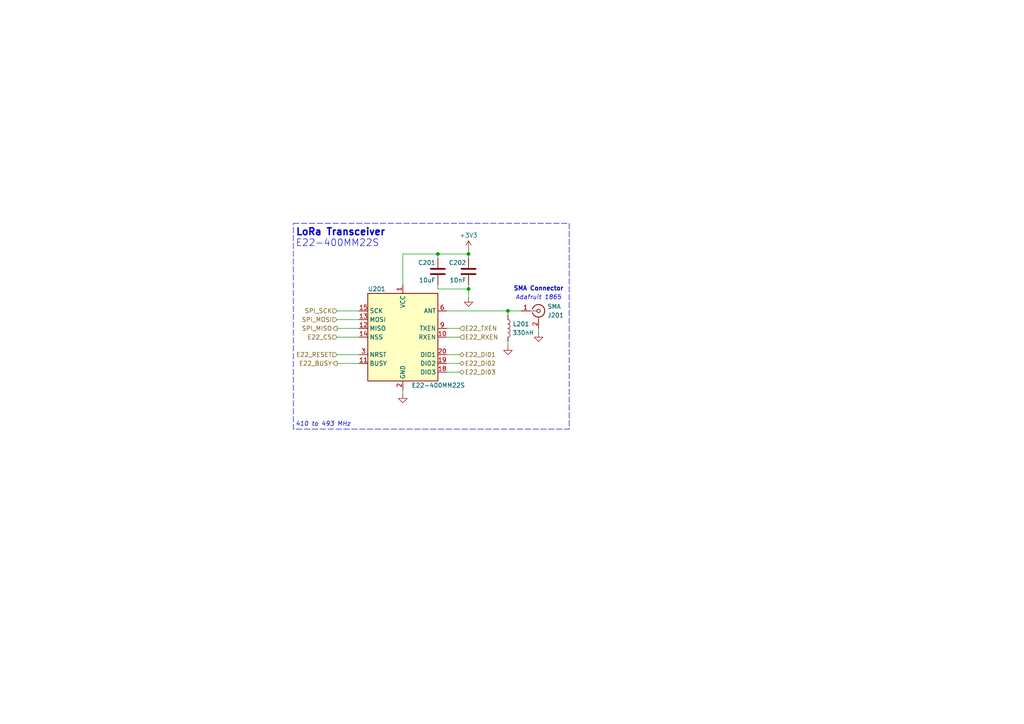
<source format=kicad_sch>
(kicad_sch
	(version 20231120)
	(generator "eeschema")
	(generator_version "8.0")
	(uuid "cc907e84-022a-4c68-be0e-5f2ad1bbe825")
	(paper "A4")
	(title_block
		(title "Feather Duo")
		(date "2/14/2025")
		(rev "A")
		(company "Illinois Space Society")
		(comment 4 "Contributors: Nicholas Phillips, Thomas McManamen")
	)
	(lib_symbols
		(symbol "Connector:Conn_Coaxial"
			(pin_names
				(offset 1.016) hide)
			(exclude_from_sim no)
			(in_bom yes)
			(on_board yes)
			(property "Reference" "J"
				(at 0.254 3.048 0)
				(effects
					(font
						(size 1.27 1.27)
					)
				)
			)
			(property "Value" "Conn_Coaxial"
				(at 2.921 0 90)
				(effects
					(font
						(size 1.27 1.27)
					)
				)
			)
			(property "Footprint" ""
				(at 0 0 0)
				(effects
					(font
						(size 1.27 1.27)
					)
					(hide yes)
				)
			)
			(property "Datasheet" " ~"
				(at 0 0 0)
				(effects
					(font
						(size 1.27 1.27)
					)
					(hide yes)
				)
			)
			(property "Description" "coaxial connector (BNC, SMA, SMB, SMC, Cinch/RCA, LEMO, ...)"
				(at 0 0 0)
				(effects
					(font
						(size 1.27 1.27)
					)
					(hide yes)
				)
			)
			(property "ki_keywords" "BNC SMA SMB SMC LEMO coaxial connector CINCH RCA"
				(at 0 0 0)
				(effects
					(font
						(size 1.27 1.27)
					)
					(hide yes)
				)
			)
			(property "ki_fp_filters" "*BNC* *SMA* *SMB* *SMC* *Cinch* *LEMO*"
				(at 0 0 0)
				(effects
					(font
						(size 1.27 1.27)
					)
					(hide yes)
				)
			)
			(symbol "Conn_Coaxial_0_1"
				(arc
					(start -1.778 -0.508)
					(mid 0.2311 -1.8066)
					(end 1.778 0)
					(stroke
						(width 0.254)
						(type default)
					)
					(fill
						(type none)
					)
				)
				(polyline
					(pts
						(xy -2.54 0) (xy -0.508 0)
					)
					(stroke
						(width 0)
						(type default)
					)
					(fill
						(type none)
					)
				)
				(polyline
					(pts
						(xy 0 -2.54) (xy 0 -1.778)
					)
					(stroke
						(width 0)
						(type default)
					)
					(fill
						(type none)
					)
				)
				(circle
					(center 0 0)
					(radius 0.508)
					(stroke
						(width 0.2032)
						(type default)
					)
					(fill
						(type none)
					)
				)
				(arc
					(start 1.778 0)
					(mid 0.2099 1.8101)
					(end -1.778 0.508)
					(stroke
						(width 0.254)
						(type default)
					)
					(fill
						(type none)
					)
				)
			)
			(symbol "Conn_Coaxial_1_1"
				(pin passive line
					(at -5.08 0 0)
					(length 2.54)
					(name "In"
						(effects
							(font
								(size 1.27 1.27)
							)
						)
					)
					(number "1"
						(effects
							(font
								(size 1.27 1.27)
							)
						)
					)
				)
				(pin passive line
					(at 0 -5.08 90)
					(length 2.54)
					(name "Ext"
						(effects
							(font
								(size 1.27 1.27)
							)
						)
					)
					(number "2"
						(effects
							(font
								(size 1.27 1.27)
							)
						)
					)
				)
			)
		)
		(symbol "D24V50F5:C"
			(pin_numbers hide)
			(pin_names
				(offset 0.254)
			)
			(exclude_from_sim no)
			(in_bom yes)
			(on_board yes)
			(property "Reference" "C"
				(at 0.635 2.54 0)
				(effects
					(font
						(size 1.27 1.27)
					)
					(justify left)
				)
			)
			(property "Value" "C"
				(at 0.635 -2.54 0)
				(effects
					(font
						(size 1.27 1.27)
					)
					(justify left)
				)
			)
			(property "Footprint" ""
				(at 0.9652 -3.81 0)
				(effects
					(font
						(size 1.27 1.27)
					)
					(hide yes)
				)
			)
			(property "Datasheet" "~"
				(at 0 0 0)
				(effects
					(font
						(size 1.27 1.27)
					)
					(hide yes)
				)
			)
			(property "Description" "Unpolarized capacitor"
				(at 0 0 0)
				(effects
					(font
						(size 1.27 1.27)
					)
					(hide yes)
				)
			)
			(property "ki_keywords" "cap capacitor"
				(at 0 0 0)
				(effects
					(font
						(size 1.27 1.27)
					)
					(hide yes)
				)
			)
			(property "ki_fp_filters" "C_*"
				(at 0 0 0)
				(effects
					(font
						(size 1.27 1.27)
					)
					(hide yes)
				)
			)
			(symbol "C_0_1"
				(polyline
					(pts
						(xy -2.032 -0.762) (xy 2.032 -0.762)
					)
					(stroke
						(width 0.508)
						(type default)
					)
					(fill
						(type none)
					)
				)
				(polyline
					(pts
						(xy -2.032 0.762) (xy 2.032 0.762)
					)
					(stroke
						(width 0.508)
						(type default)
					)
					(fill
						(type none)
					)
				)
			)
			(symbol "C_1_1"
				(pin passive line
					(at 0 3.81 270)
					(length 2.794)
					(name "~"
						(effects
							(font
								(size 1.27 1.27)
							)
						)
					)
					(number "1"
						(effects
							(font
								(size 1.27 1.27)
							)
						)
					)
				)
				(pin passive line
					(at 0 -3.81 90)
					(length 2.794)
					(name "~"
						(effects
							(font
								(size 1.27 1.27)
							)
						)
					)
					(number "2"
						(effects
							(font
								(size 1.27 1.27)
							)
						)
					)
				)
			)
		)
		(symbol "Device:L"
			(pin_numbers hide)
			(pin_names
				(offset 1.016) hide)
			(exclude_from_sim no)
			(in_bom yes)
			(on_board yes)
			(property "Reference" "L"
				(at -1.27 0 90)
				(effects
					(font
						(size 1.27 1.27)
					)
				)
			)
			(property "Value" "L"
				(at 1.905 0 90)
				(effects
					(font
						(size 1.27 1.27)
					)
				)
			)
			(property "Footprint" ""
				(at 0 0 0)
				(effects
					(font
						(size 1.27 1.27)
					)
					(hide yes)
				)
			)
			(property "Datasheet" "~"
				(at 0 0 0)
				(effects
					(font
						(size 1.27 1.27)
					)
					(hide yes)
				)
			)
			(property "Description" "Inductor"
				(at 0 0 0)
				(effects
					(font
						(size 1.27 1.27)
					)
					(hide yes)
				)
			)
			(property "ki_keywords" "inductor choke coil reactor magnetic"
				(at 0 0 0)
				(effects
					(font
						(size 1.27 1.27)
					)
					(hide yes)
				)
			)
			(property "ki_fp_filters" "Choke_* *Coil* Inductor_* L_*"
				(at 0 0 0)
				(effects
					(font
						(size 1.27 1.27)
					)
					(hide yes)
				)
			)
			(symbol "L_0_1"
				(arc
					(start 0 -2.54)
					(mid 0.6323 -1.905)
					(end 0 -1.27)
					(stroke
						(width 0)
						(type default)
					)
					(fill
						(type none)
					)
				)
				(arc
					(start 0 -1.27)
					(mid 0.6323 -0.635)
					(end 0 0)
					(stroke
						(width 0)
						(type default)
					)
					(fill
						(type none)
					)
				)
				(arc
					(start 0 0)
					(mid 0.6323 0.635)
					(end 0 1.27)
					(stroke
						(width 0)
						(type default)
					)
					(fill
						(type none)
					)
				)
				(arc
					(start 0 1.27)
					(mid 0.6323 1.905)
					(end 0 2.54)
					(stroke
						(width 0)
						(type default)
					)
					(fill
						(type none)
					)
				)
			)
			(symbol "L_1_1"
				(pin passive line
					(at 0 3.81 270)
					(length 1.27)
					(name "1"
						(effects
							(font
								(size 1.27 1.27)
							)
						)
					)
					(number "1"
						(effects
							(font
								(size 1.27 1.27)
							)
						)
					)
				)
				(pin passive line
					(at 0 -3.81 90)
					(length 1.27)
					(name "2"
						(effects
							(font
								(size 1.27 1.27)
							)
						)
					)
					(number "2"
						(effects
							(font
								(size 1.27 1.27)
							)
						)
					)
				)
			)
		)
		(symbol "RF_Module_Ebyte:E22-400MM22S"
			(exclude_from_sim no)
			(in_bom yes)
			(on_board yes)
			(property "Reference" "U"
				(at -8.89 13.97 0)
				(effects
					(font
						(size 1.27 1.27)
					)
				)
			)
			(property "Value" "E22-400MM22S"
				(at 8.89 -13.97 0)
				(effects
					(font
						(size 1.27 1.27)
					)
				)
			)
			(property "Footprint" "RF_Module_Ebyte:E22-400MM22S"
				(at 0 -30.48 0)
				(effects
					(font
						(size 1.27 1.27)
						(italic yes)
					)
					(hide yes)
				)
			)
			(property "Datasheet" "https://www.cdebyte.com/products/E22-400MM22S/"
				(at 0 -33.02 0)
				(effects
					(font
						(size 1.27 1.27)
						(italic yes)
					)
					(hide yes)
				)
			)
			(property "Description" "433/470MHz, LoRa Module, SX1268"
				(at 0 -35.56 0)
				(effects
					(font
						(size 1.27 1.27)
					)
					(hide yes)
				)
			)
			(property "ki_keywords" "E22-400MM22S 433/470MHz LoRa Module SX1268"
				(at 0 0 0)
				(effects
					(font
						(size 1.27 1.27)
					)
					(hide yes)
				)
			)
			(property "ki_fp_filters" "MOD20_E22-400MM22S_CGD MOD20_E22-400MM22S_CGD-M MOD20_E22-400MM22S_CGD-L"
				(at 0 0 0)
				(effects
					(font
						(size 1.27 1.27)
					)
					(hide yes)
				)
			)
			(symbol "E22-400MM22S_1_1"
				(rectangle
					(start -10.16 12.7)
					(end 10.16 -12.7)
					(stroke
						(width 0.254)
						(type default)
					)
					(fill
						(type background)
					)
				)
				(pin power_in line
					(at 0 15.24 270)
					(length 2.54)
					(name "VCC"
						(effects
							(font
								(size 1.27 1.27)
							)
						)
					)
					(number "1"
						(effects
							(font
								(size 1.27 1.27)
							)
						)
					)
				)
				(pin input line
					(at 12.7 0 180)
					(length 2.54)
					(name "RXEN"
						(effects
							(font
								(size 1.27 1.27)
							)
						)
					)
					(number "10"
						(effects
							(font
								(size 1.27 1.27)
							)
						)
					)
				)
				(pin output line
					(at -12.7 -7.62 0)
					(length 2.54)
					(name "BUSY"
						(effects
							(font
								(size 1.27 1.27)
							)
						)
					)
					(number "11"
						(effects
							(font
								(size 1.27 1.27)
							)
						)
					)
				)
				(pin output line
					(at -12.7 2.54 0)
					(length 2.54)
					(name "MISO"
						(effects
							(font
								(size 1.27 1.27)
							)
						)
					)
					(number "12"
						(effects
							(font
								(size 1.27 1.27)
							)
						)
					)
				)
				(pin input line
					(at -12.7 5.08 0)
					(length 2.54)
					(name "MOSI"
						(effects
							(font
								(size 1.27 1.27)
							)
						)
					)
					(number "13"
						(effects
							(font
								(size 1.27 1.27)
							)
						)
					)
				)
				(pin input line
					(at -12.7 0 0)
					(length 2.54)
					(name "NSS"
						(effects
							(font
								(size 1.27 1.27)
							)
						)
					)
					(number "14"
						(effects
							(font
								(size 1.27 1.27)
							)
						)
					)
				)
				(pin input line
					(at -12.7 7.62 0)
					(length 2.54)
					(name "SCK"
						(effects
							(font
								(size 1.27 1.27)
							)
						)
					)
					(number "15"
						(effects
							(font
								(size 1.27 1.27)
							)
						)
					)
				)
				(pin passive line
					(at 0 -15.24 90)
					(length 2.54) hide
					(name "GND"
						(effects
							(font
								(size 1.27 1.27)
							)
						)
					)
					(number "16"
						(effects
							(font
								(size 1.27 1.27)
							)
						)
					)
				)
				(pin no_connect line
					(at -10.16 -10.16 0)
					(length 2.54) hide
					(name "NC"
						(effects
							(font
								(size 1.27 1.27)
							)
						)
					)
					(number "17"
						(effects
							(font
								(size 1.27 1.27)
							)
						)
					)
				)
				(pin bidirectional line
					(at 12.7 -10.16 180)
					(length 2.54)
					(name "DIO3"
						(effects
							(font
								(size 1.27 1.27)
							)
						)
					)
					(number "18"
						(effects
							(font
								(size 1.27 1.27)
							)
						)
					)
				)
				(pin bidirectional line
					(at 12.7 -7.62 180)
					(length 2.54)
					(name "DIO2"
						(effects
							(font
								(size 1.27 1.27)
							)
						)
					)
					(number "19"
						(effects
							(font
								(size 1.27 1.27)
							)
						)
					)
				)
				(pin power_in line
					(at 0 -15.24 90)
					(length 2.54)
					(name "GND"
						(effects
							(font
								(size 1.27 1.27)
							)
						)
					)
					(number "2"
						(effects
							(font
								(size 1.27 1.27)
							)
						)
					)
				)
				(pin bidirectional line
					(at 12.7 -5.08 180)
					(length 2.54)
					(name "DIO1"
						(effects
							(font
								(size 1.27 1.27)
							)
						)
					)
					(number "20"
						(effects
							(font
								(size 1.27 1.27)
							)
						)
					)
				)
				(pin input line
					(at -12.7 -5.08 0)
					(length 2.54)
					(name "NRST"
						(effects
							(font
								(size 1.27 1.27)
							)
						)
					)
					(number "3"
						(effects
							(font
								(size 1.27 1.27)
							)
						)
					)
				)
				(pin no_connect line
					(at -10.16 -10.16 0)
					(length 2.54) hide
					(name "NC"
						(effects
							(font
								(size 1.27 1.27)
							)
						)
					)
					(number "4"
						(effects
							(font
								(size 1.27 1.27)
							)
						)
					)
				)
				(pin no_connect line
					(at -10.16 -10.16 0)
					(length 2.54) hide
					(name "NC"
						(effects
							(font
								(size 1.27 1.27)
							)
						)
					)
					(number "5"
						(effects
							(font
								(size 1.27 1.27)
							)
						)
					)
				)
				(pin unspecified line
					(at 12.7 7.62 180)
					(length 2.54)
					(name "ANT"
						(effects
							(font
								(size 1.27 1.27)
							)
						)
					)
					(number "6"
						(effects
							(font
								(size 1.27 1.27)
							)
						)
					)
				)
				(pin passive line
					(at 0 -15.24 90)
					(length 2.54) hide
					(name "GND"
						(effects
							(font
								(size 1.27 1.27)
							)
						)
					)
					(number "7"
						(effects
							(font
								(size 1.27 1.27)
							)
						)
					)
				)
				(pin no_connect line
					(at -10.16 -10.16 0)
					(length 2.54) hide
					(name "NC"
						(effects
							(font
								(size 1.27 1.27)
							)
						)
					)
					(number "8"
						(effects
							(font
								(size 1.27 1.27)
							)
						)
					)
				)
				(pin input line
					(at 12.7 2.54 180)
					(length 2.54)
					(name "TXEN"
						(effects
							(font
								(size 1.27 1.27)
							)
						)
					)
					(number "9"
						(effects
							(font
								(size 1.27 1.27)
							)
						)
					)
				)
			)
		)
		(symbol "power:+3V3"
			(power)
			(pin_names
				(offset 0)
			)
			(exclude_from_sim no)
			(in_bom yes)
			(on_board yes)
			(property "Reference" "#PWR"
				(at 0 -3.81 0)
				(effects
					(font
						(size 1.27 1.27)
					)
					(hide yes)
				)
			)
			(property "Value" "+3V3"
				(at 0 3.556 0)
				(effects
					(font
						(size 1.27 1.27)
					)
				)
			)
			(property "Footprint" ""
				(at 0 0 0)
				(effects
					(font
						(size 1.27 1.27)
					)
					(hide yes)
				)
			)
			(property "Datasheet" ""
				(at 0 0 0)
				(effects
					(font
						(size 1.27 1.27)
					)
					(hide yes)
				)
			)
			(property "Description" "Power symbol creates a global label with name \"+3V3\""
				(at 0 0 0)
				(effects
					(font
						(size 1.27 1.27)
					)
					(hide yes)
				)
			)
			(property "ki_keywords" "global power"
				(at 0 0 0)
				(effects
					(font
						(size 1.27 1.27)
					)
					(hide yes)
				)
			)
			(symbol "+3V3_0_1"
				(polyline
					(pts
						(xy -0.762 1.27) (xy 0 2.54)
					)
					(stroke
						(width 0)
						(type default)
					)
					(fill
						(type none)
					)
				)
				(polyline
					(pts
						(xy 0 0) (xy 0 2.54)
					)
					(stroke
						(width 0)
						(type default)
					)
					(fill
						(type none)
					)
				)
				(polyline
					(pts
						(xy 0 2.54) (xy 0.762 1.27)
					)
					(stroke
						(width 0)
						(type default)
					)
					(fill
						(type none)
					)
				)
			)
			(symbol "+3V3_1_1"
				(pin power_in line
					(at 0 0 90)
					(length 0) hide
					(name "+3V3"
						(effects
							(font
								(size 1.27 1.27)
							)
						)
					)
					(number "1"
						(effects
							(font
								(size 1.27 1.27)
							)
						)
					)
				)
			)
		)
		(symbol "power:GND"
			(power)
			(pin_names
				(offset 0)
			)
			(exclude_from_sim no)
			(in_bom yes)
			(on_board yes)
			(property "Reference" "#PWR"
				(at 0 -6.35 0)
				(effects
					(font
						(size 1.27 1.27)
					)
					(hide yes)
				)
			)
			(property "Value" "GND"
				(at 0 -3.81 0)
				(effects
					(font
						(size 1.27 1.27)
					)
				)
			)
			(property "Footprint" ""
				(at 0 0 0)
				(effects
					(font
						(size 1.27 1.27)
					)
					(hide yes)
				)
			)
			(property "Datasheet" ""
				(at 0 0 0)
				(effects
					(font
						(size 1.27 1.27)
					)
					(hide yes)
				)
			)
			(property "Description" "Power symbol creates a global label with name \"GND\" , ground"
				(at 0 0 0)
				(effects
					(font
						(size 1.27 1.27)
					)
					(hide yes)
				)
			)
			(property "ki_keywords" "global power"
				(at 0 0 0)
				(effects
					(font
						(size 1.27 1.27)
					)
					(hide yes)
				)
			)
			(symbol "GND_0_1"
				(polyline
					(pts
						(xy 0 0) (xy 0 -1.27) (xy 1.27 -1.27) (xy 0 -2.54) (xy -1.27 -1.27) (xy 0 -1.27)
					)
					(stroke
						(width 0)
						(type default)
					)
					(fill
						(type none)
					)
				)
			)
			(symbol "GND_1_1"
				(pin power_in line
					(at 0 0 270)
					(length 0) hide
					(name "GND"
						(effects
							(font
								(size 1.27 1.27)
							)
						)
					)
					(number "1"
						(effects
							(font
								(size 1.27 1.27)
							)
						)
					)
				)
			)
		)
	)
	(junction
		(at 135.89 83.82)
		(diameter 0)
		(color 0 0 0 0)
		(uuid "88bf0653-d4e8-49b2-8a58-cdf2781746f2")
	)
	(junction
		(at 135.89 73.66)
		(diameter 0)
		(color 0 0 0 0)
		(uuid "a3e29779-27e0-418e-8fb3-9a93c7f2b89b")
	)
	(junction
		(at 147.32 90.17)
		(diameter 0)
		(color 0 0 0 0)
		(uuid "b6c70481-1b30-4774-a5f7-fc34aa7a24b0")
	)
	(junction
		(at 127 73.66)
		(diameter 0)
		(color 0 0 0 0)
		(uuid "d98f7e6d-8f0e-448b-9fca-d769fa9af61a")
	)
	(wire
		(pts
			(xy 97.79 95.25) (xy 104.14 95.25)
		)
		(stroke
			(width 0)
			(type default)
		)
		(uuid "027d2180-5ad6-427b-835c-58ca20996597")
	)
	(wire
		(pts
			(xy 156.21 95.25) (xy 156.21 96.52)
		)
		(stroke
			(width 0)
			(type default)
		)
		(uuid "09bc6225-b799-4374-8f14-44b0fcd78d49")
	)
	(wire
		(pts
			(xy 129.54 90.17) (xy 147.32 90.17)
		)
		(stroke
			(width 0)
			(type default)
		)
		(uuid "0e4d10c2-7989-49e7-aa32-5069f2cba6cf")
	)
	(wire
		(pts
			(xy 147.32 99.06) (xy 147.32 100.33)
		)
		(stroke
			(width 0)
			(type default)
		)
		(uuid "11ad045b-e4e7-416e-999d-c55bfe2bdf10")
	)
	(wire
		(pts
			(xy 151.13 90.17) (xy 147.32 90.17)
		)
		(stroke
			(width 0)
			(type default)
		)
		(uuid "15a4f9d7-42df-4eb5-bf06-96973ce896d4")
	)
	(wire
		(pts
			(xy 133.35 107.95) (xy 129.54 107.95)
		)
		(stroke
			(width 0)
			(type default)
		)
		(uuid "1c13e323-bc09-41a4-bd6b-1bf30258f0d2")
	)
	(wire
		(pts
			(xy 97.79 90.17) (xy 104.14 90.17)
		)
		(stroke
			(width 0)
			(type default)
		)
		(uuid "286542b3-9269-4c11-aaf2-31f4fcf03eda")
	)
	(wire
		(pts
			(xy 135.89 83.82) (xy 127 83.82)
		)
		(stroke
			(width 0)
			(type default)
		)
		(uuid "34540c2e-63ba-436c-9e5f-f0f6d79c7ccf")
	)
	(wire
		(pts
			(xy 116.84 113.03) (xy 116.84 114.3)
		)
		(stroke
			(width 0)
			(type default)
		)
		(uuid "5084c8ff-ce0d-4c1f-9cc6-de483ed51a42")
	)
	(wire
		(pts
			(xy 97.79 102.87) (xy 104.14 102.87)
		)
		(stroke
			(width 0)
			(type default)
		)
		(uuid "558f773f-2524-4252-b863-7a43d28297fe")
	)
	(wire
		(pts
			(xy 133.35 102.87) (xy 129.54 102.87)
		)
		(stroke
			(width 0)
			(type default)
		)
		(uuid "6af3a6a2-71ad-4bd7-8a6a-f922564a6449")
	)
	(wire
		(pts
			(xy 116.84 73.66) (xy 116.84 82.55)
		)
		(stroke
			(width 0)
			(type default)
		)
		(uuid "6b13ab01-ff35-41f1-bb78-ee5cebbbb656")
	)
	(wire
		(pts
			(xy 135.89 73.66) (xy 127 73.66)
		)
		(stroke
			(width 0)
			(type default)
		)
		(uuid "72581b8c-0d1e-4a23-a0fb-153506f86253")
	)
	(wire
		(pts
			(xy 135.89 73.66) (xy 135.89 74.93)
		)
		(stroke
			(width 0)
			(type default)
		)
		(uuid "76bebdcd-e8ed-41f7-8291-4bf71f65204b")
	)
	(wire
		(pts
			(xy 127 73.66) (xy 116.84 73.66)
		)
		(stroke
			(width 0)
			(type default)
		)
		(uuid "83b88417-fcb5-423f-a579-cdd9e99a4eba")
	)
	(wire
		(pts
			(xy 97.79 92.71) (xy 104.14 92.71)
		)
		(stroke
			(width 0)
			(type default)
		)
		(uuid "945e6e52-8604-4147-b29a-c91a40825b4f")
	)
	(wire
		(pts
			(xy 135.89 82.55) (xy 135.89 83.82)
		)
		(stroke
			(width 0)
			(type default)
		)
		(uuid "965f3a34-f043-450c-bb20-35f76e587323")
	)
	(wire
		(pts
			(xy 135.89 72.39) (xy 135.89 73.66)
		)
		(stroke
			(width 0)
			(type default)
		)
		(uuid "a1ebf290-0964-494c-960c-61b3d4b05b4f")
	)
	(wire
		(pts
			(xy 97.79 105.41) (xy 104.14 105.41)
		)
		(stroke
			(width 0)
			(type default)
		)
		(uuid "a775f7ec-2e6f-4d04-80a4-e71b5a138406")
	)
	(wire
		(pts
			(xy 135.89 83.82) (xy 135.89 86.36)
		)
		(stroke
			(width 0)
			(type default)
		)
		(uuid "a9e1c4a6-790b-49e3-bfe5-a862da615332")
	)
	(wire
		(pts
			(xy 97.79 97.79) (xy 104.14 97.79)
		)
		(stroke
			(width 0)
			(type default)
		)
		(uuid "aaccc33f-3779-4d7c-8238-5984bebbc058")
	)
	(wire
		(pts
			(xy 129.54 95.25) (xy 133.35 95.25)
		)
		(stroke
			(width 0)
			(type default)
		)
		(uuid "c1e530cd-a62f-4885-a7eb-b9216997bb44")
	)
	(wire
		(pts
			(xy 127 73.66) (xy 127 74.93)
		)
		(stroke
			(width 0)
			(type default)
		)
		(uuid "cdfeba83-bda7-481e-9561-07ef4bd5f8e2")
	)
	(wire
		(pts
			(xy 127 83.82) (xy 127 82.55)
		)
		(stroke
			(width 0)
			(type default)
		)
		(uuid "d5ef7962-5e1b-48ec-83a7-8710bc53e559")
	)
	(wire
		(pts
			(xy 129.54 97.79) (xy 133.35 97.79)
		)
		(stroke
			(width 0)
			(type default)
		)
		(uuid "ed3c27c5-eb93-4b8b-a0b4-422a5f80fa75")
	)
	(wire
		(pts
			(xy 147.32 90.17) (xy 147.32 91.44)
		)
		(stroke
			(width 0)
			(type default)
		)
		(uuid "f130f001-7590-4e98-9e42-3c018f03943b")
	)
	(wire
		(pts
			(xy 129.54 105.41) (xy 133.35 105.41)
		)
		(stroke
			(width 0)
			(type default)
		)
		(uuid "fd27a3d1-9c33-4249-9b1e-ef83ad001236")
	)
	(rectangle
		(start 85.09 64.77)
		(end 165.1 124.46)
		(stroke
			(width 0)
			(type dash)
		)
		(fill
			(type none)
		)
		(uuid 2c53cd58-43d0-414d-b002-8ec44f9e23a2)
	)
	(text "SMA Connector"
		(exclude_from_sim no)
		(at 156.21 83.82 0)
		(effects
			(font
				(size 1.27 1.27)
				(thickness 0.254)
				(bold yes)
			)
		)
		(uuid "5882d9e6-8e51-4d75-abfc-901a9a3a9d46")
	)
	(text "LoRa Transceiver"
		(exclude_from_sim no)
		(at 85.725 68.58 0)
		(effects
			(font
				(size 2 2)
				(bold yes)
			)
			(justify left bottom)
		)
		(uuid "88e835fa-bfae-43d8-a6ba-3537d9ae9005")
	)
	(text "E22-400MM22S"
		(exclude_from_sim no)
		(at 85.725 71.755 0)
		(effects
			(font
				(size 2 2)
			)
			(justify left bottom)
		)
		(uuid "8ce5d618-c818-481c-be5f-a372a29301ad")
	)
	(text "410 to 493 MHz"
		(exclude_from_sim no)
		(at 85.725 123.825 0)
		(effects
			(font
				(size 1.27 1.27)
				(italic yes)
			)
			(justify left bottom)
		)
		(uuid "bebddb29-28bf-44b6-848a-3e246c05914f")
	)
	(text "Adafruit 1865"
		(exclude_from_sim no)
		(at 156.21 86.36 0)
		(effects
			(font
				(size 1.27 1.27)
				(italic yes)
			)
		)
		(uuid "f73f57b8-e001-4871-b4a2-8897e535dc04")
	)
	(hierarchical_label "E22_DI03"
		(shape bidirectional)
		(at 133.35 107.95 0)
		(fields_autoplaced yes)
		(effects
			(font
				(size 1.27 1.27)
			)
			(justify left)
		)
		(uuid "04cf6c38-0025-4e53-8e2f-0e3a9e1062b9")
	)
	(hierarchical_label "SPI_SCK"
		(shape input)
		(at 97.79 90.17 180)
		(fields_autoplaced yes)
		(effects
			(font
				(size 1.27 1.27)
			)
			(justify right)
		)
		(uuid "0a500789-e3cb-4d1d-9bb2-26ff74198577")
	)
	(hierarchical_label "SPI_MISO"
		(shape output)
		(at 97.79 95.25 180)
		(fields_autoplaced yes)
		(effects
			(font
				(size 1.27 1.27)
			)
			(justify right)
		)
		(uuid "105c969f-7705-4b79-9b05-2bd28142faeb")
	)
	(hierarchical_label "E22_DI01"
		(shape bidirectional)
		(at 133.35 102.87 0)
		(fields_autoplaced yes)
		(effects
			(font
				(size 1.27 1.27)
			)
			(justify left)
		)
		(uuid "26bf680b-ce3c-4e42-82a9-3f44ef8a2a9f")
	)
	(hierarchical_label "E22_TXEN"
		(shape input)
		(at 133.35 95.25 0)
		(fields_autoplaced yes)
		(effects
			(font
				(size 1.27 1.27)
			)
			(justify left)
		)
		(uuid "336962da-5daf-4902-a7c3-40a00e461fb6")
	)
	(hierarchical_label "SPI_MOSI"
		(shape input)
		(at 97.79 92.71 180)
		(fields_autoplaced yes)
		(effects
			(font
				(size 1.27 1.27)
			)
			(justify right)
		)
		(uuid "3e508e25-42fc-4420-b473-01e74a588fb2")
	)
	(hierarchical_label "E22_DI02"
		(shape bidirectional)
		(at 133.35 105.41 0)
		(fields_autoplaced yes)
		(effects
			(font
				(size 1.27 1.27)
			)
			(justify left)
		)
		(uuid "61952f21-6bb6-4dff-8685-ad347da8e249")
	)
	(hierarchical_label "E22_RXEN"
		(shape input)
		(at 133.35 97.79 0)
		(fields_autoplaced yes)
		(effects
			(font
				(size 1.27 1.27)
			)
			(justify left)
		)
		(uuid "961b8052-aa8f-4641-b165-c6e03cc5146b")
	)
	(hierarchical_label "E22_RESET"
		(shape input)
		(at 97.79 102.87 180)
		(fields_autoplaced yes)
		(effects
			(font
				(size 1.27 1.27)
			)
			(justify right)
		)
		(uuid "b1e3117e-3812-45ba-a6bb-c4b9991b9e1f")
	)
	(hierarchical_label "E22_BUSY"
		(shape output)
		(at 97.79 105.41 180)
		(fields_autoplaced yes)
		(effects
			(font
				(size 1.27 1.27)
			)
			(justify right)
		)
		(uuid "db02d319-63bb-4d6a-81b1-6899cc803c7d")
	)
	(hierarchical_label "E22_CS"
		(shape input)
		(at 97.79 97.79 180)
		(fields_autoplaced yes)
		(effects
			(font
				(size 1.27 1.27)
			)
			(justify right)
		)
		(uuid "f7b8489f-b517-486d-983a-fd82f21166f2")
	)
	(symbol
		(lib_id "power:GND")
		(at 147.32 100.33 0)
		(unit 1)
		(exclude_from_sim no)
		(in_bom yes)
		(on_board yes)
		(dnp no)
		(uuid "014ccdaa-5fc9-4889-acf5-140945b25d5a")
		(property "Reference" "#PWR0204"
			(at 147.32 106.68 0)
			(effects
				(font
					(size 1.27 1.27)
				)
				(hide yes)
			)
		)
		(property "Value" "GND"
			(at 147.32 104.14 0)
			(effects
				(font
					(size 1.27 1.27)
				)
				(hide yes)
			)
		)
		(property "Footprint" ""
			(at 147.32 100.33 0)
			(effects
				(font
					(size 1.27 1.27)
				)
				(hide yes)
			)
		)
		(property "Datasheet" ""
			(at 147.32 100.33 0)
			(effects
				(font
					(size 1.27 1.27)
				)
				(hide yes)
			)
		)
		(property "Description" ""
			(at 147.32 100.33 0)
			(effects
				(font
					(size 1.27 1.27)
				)
				(hide yes)
			)
		)
		(pin "1"
			(uuid "9a2f2aac-cd95-4153-837b-5151fa82db2c")
		)
		(instances
			(project "Feather1268"
				(path "/69669038-9204-4ef2-bc4f-06a0bd7ceaf5/c4b9ad06-8aa7-42b3-999d-95d28ac6f28a"
					(reference "#PWR0204")
					(unit 1)
				)
				(path "/69669038-9204-4ef2-bc4f-06a0bd7ceaf5/dfa90698-6691-403e-9cff-d50147e5a4e4"
					(reference "#PWR0304")
					(unit 1)
				)
			)
		)
	)
	(symbol
		(lib_id "power:GND")
		(at 116.84 114.3 0)
		(unit 1)
		(exclude_from_sim no)
		(in_bom yes)
		(on_board yes)
		(dnp no)
		(uuid "806b4309-02a1-4241-aae8-1bf02e60c4bb")
		(property "Reference" "#PWR0201"
			(at 116.84 120.65 0)
			(effects
				(font
					(size 1.27 1.27)
				)
				(hide yes)
			)
		)
		(property "Value" "GND"
			(at 116.84 118.11 0)
			(effects
				(font
					(size 1.27 1.27)
				)
				(hide yes)
			)
		)
		(property "Footprint" ""
			(at 116.84 114.3 0)
			(effects
				(font
					(size 1.27 1.27)
				)
				(hide yes)
			)
		)
		(property "Datasheet" ""
			(at 116.84 114.3 0)
			(effects
				(font
					(size 1.27 1.27)
				)
				(hide yes)
			)
		)
		(property "Description" ""
			(at 116.84 114.3 0)
			(effects
				(font
					(size 1.27 1.27)
				)
				(hide yes)
			)
		)
		(pin "1"
			(uuid "61513a30-070a-490a-9ef7-2c2bb26b60a9")
		)
		(instances
			(project "Feather1268"
				(path "/69669038-9204-4ef2-bc4f-06a0bd7ceaf5/c4b9ad06-8aa7-42b3-999d-95d28ac6f28a"
					(reference "#PWR0201")
					(unit 1)
				)
				(path "/69669038-9204-4ef2-bc4f-06a0bd7ceaf5/dfa90698-6691-403e-9cff-d50147e5a4e4"
					(reference "#PWR0301")
					(unit 1)
				)
			)
		)
	)
	(symbol
		(lib_id "D24V50F5:C")
		(at 135.89 78.74 0)
		(unit 1)
		(exclude_from_sim no)
		(in_bom yes)
		(on_board yes)
		(dnp no)
		(uuid "8c1b1d1a-2ec3-42e8-a1c4-8a6f27cec4b2")
		(property "Reference" "C202"
			(at 135.255 76.2 0)
			(effects
				(font
					(size 1.27 1.27)
				)
				(justify right)
			)
		)
		(property "Value" "10nF"
			(at 135.255 81.28 0)
			(effects
				(font
					(size 1.27 1.27)
				)
				(justify right)
			)
		)
		(property "Footprint" "Capacitor_SMD:C_0603_1608Metric"
			(at 136.8552 82.55 0)
			(effects
				(font
					(size 1.27 1.27)
				)
				(hide yes)
			)
		)
		(property "Datasheet" "~"
			(at 135.89 78.74 0)
			(effects
				(font
					(size 1.27 1.27)
				)
				(hide yes)
			)
		)
		(property "Description" ""
			(at 135.89 78.74 0)
			(effects
				(font
					(size 1.27 1.27)
				)
				(hide yes)
			)
		)
		(pin "1"
			(uuid "21c0ff70-41dd-488b-bebe-a886eb3d6f7c")
		)
		(pin "2"
			(uuid "f6f96509-6fcf-4955-8c7a-c43d4455ff3a")
		)
		(instances
			(project "Feather1268"
				(path "/69669038-9204-4ef2-bc4f-06a0bd7ceaf5/c4b9ad06-8aa7-42b3-999d-95d28ac6f28a"
					(reference "C202")
					(unit 1)
				)
				(path "/69669038-9204-4ef2-bc4f-06a0bd7ceaf5/dfa90698-6691-403e-9cff-d50147e5a4e4"
					(reference "C302")
					(unit 1)
				)
			)
		)
	)
	(symbol
		(lib_id "Device:L")
		(at 147.32 95.25 0)
		(unit 1)
		(exclude_from_sim no)
		(in_bom yes)
		(on_board yes)
		(dnp no)
		(uuid "9d2bccc6-5fd6-49b0-a645-b8038fbba71c")
		(property "Reference" "L201"
			(at 151.13 93.98 0)
			(effects
				(font
					(size 1.27 1.27)
				)
			)
		)
		(property "Value" "330nH"
			(at 148.59 96.52 0)
			(effects
				(font
					(size 1.27 1.27)
				)
				(justify left)
			)
		)
		(property "Footprint" "Inductor_SMD:L_0603_1608Metric"
			(at 147.32 95.25 0)
			(effects
				(font
					(size 1.27 1.27)
				)
				(hide yes)
			)
		)
		(property "Datasheet" "https://www.murata.com/en-us/products/productdetail?partno=LQW18CAR33J00%23"
			(at 147.32 95.25 0)
			(effects
				(font
					(size 1.27 1.27)
				)
				(hide yes)
			)
		)
		(property "Description" ""
			(at 147.32 95.25 0)
			(effects
				(font
					(size 1.27 1.27)
				)
				(hide yes)
			)
		)
		(pin "1"
			(uuid "adedaf7f-84f0-49c4-9af3-11e23aadb817")
		)
		(pin "2"
			(uuid "fb86cf8d-ad9f-41d9-9137-374053ad3883")
		)
		(instances
			(project "Feather1268"
				(path "/69669038-9204-4ef2-bc4f-06a0bd7ceaf5/c4b9ad06-8aa7-42b3-999d-95d28ac6f28a"
					(reference "L201")
					(unit 1)
				)
				(path "/69669038-9204-4ef2-bc4f-06a0bd7ceaf5/dfa90698-6691-403e-9cff-d50147e5a4e4"
					(reference "L301")
					(unit 1)
				)
			)
		)
	)
	(symbol
		(lib_id "Connector:Conn_Coaxial")
		(at 156.21 90.17 0)
		(unit 1)
		(exclude_from_sim no)
		(in_bom yes)
		(on_board yes)
		(dnp no)
		(uuid "a19264ba-cb10-457e-a0a7-eea3ce131d1a")
		(property "Reference" "J201"
			(at 158.75 91.44 0)
			(effects
				(font
					(size 1.27 1.27)
				)
				(justify left)
			)
		)
		(property "Value" "SMA"
			(at 158.75 88.9 0)
			(effects
				(font
					(size 1.27 1.27)
				)
				(justify left)
			)
		)
		(property "Footprint" "Connector_Coaxial:SMA_Molex_73251-2120_EdgeMount_Horizontal"
			(at 156.21 90.17 0)
			(effects
				(font
					(size 1.27 1.27)
				)
				(hide yes)
			)
		)
		(property "Datasheet" "https://www.adafruit.com/product/1865"
			(at 156.21 90.17 0)
			(effects
				(font
					(size 1.27 1.27)
				)
				(hide yes)
			)
		)
		(property "Description" ""
			(at 156.21 90.17 0)
			(effects
				(font
					(size 1.27 1.27)
				)
				(hide yes)
			)
		)
		(pin "1"
			(uuid "4aa57c09-0970-43ee-8030-d3e300b5076f")
		)
		(pin "2"
			(uuid "582e1170-d1cb-4161-8acc-ce1bb9da9eb1")
		)
		(instances
			(project "Feather1268"
				(path "/69669038-9204-4ef2-bc4f-06a0bd7ceaf5/c4b9ad06-8aa7-42b3-999d-95d28ac6f28a"
					(reference "J201")
					(unit 1)
				)
				(path "/69669038-9204-4ef2-bc4f-06a0bd7ceaf5/dfa90698-6691-403e-9cff-d50147e5a4e4"
					(reference "J301")
					(unit 1)
				)
			)
		)
	)
	(symbol
		(lib_id "power:GND")
		(at 156.21 96.52 0)
		(unit 1)
		(exclude_from_sim no)
		(in_bom yes)
		(on_board yes)
		(dnp no)
		(uuid "a7a90d88-bb45-440d-8f89-2a617e16d18b")
		(property "Reference" "#PWR0205"
			(at 156.21 102.87 0)
			(effects
				(font
					(size 1.27 1.27)
				)
				(hide yes)
			)
		)
		(property "Value" "GND"
			(at 156.21 100.33 0)
			(effects
				(font
					(size 1.27 1.27)
				)
				(hide yes)
			)
		)
		(property "Footprint" ""
			(at 156.21 96.52 0)
			(effects
				(font
					(size 1.27 1.27)
				)
				(hide yes)
			)
		)
		(property "Datasheet" ""
			(at 156.21 96.52 0)
			(effects
				(font
					(size 1.27 1.27)
				)
				(hide yes)
			)
		)
		(property "Description" ""
			(at 156.21 96.52 0)
			(effects
				(font
					(size 1.27 1.27)
				)
				(hide yes)
			)
		)
		(pin "1"
			(uuid "31d60925-43a9-4a0f-8fee-95325f3fa484")
		)
		(instances
			(project "Feather1268"
				(path "/69669038-9204-4ef2-bc4f-06a0bd7ceaf5/c4b9ad06-8aa7-42b3-999d-95d28ac6f28a"
					(reference "#PWR0205")
					(unit 1)
				)
				(path "/69669038-9204-4ef2-bc4f-06a0bd7ceaf5/dfa90698-6691-403e-9cff-d50147e5a4e4"
					(reference "#PWR0305")
					(unit 1)
				)
			)
		)
	)
	(symbol
		(lib_id "D24V50F5:C")
		(at 127 78.74 0)
		(unit 1)
		(exclude_from_sim no)
		(in_bom yes)
		(on_board yes)
		(dnp no)
		(uuid "bc156216-469d-4d49-8e45-0c326f1c4405")
		(property "Reference" "C201"
			(at 126.365 76.2 0)
			(effects
				(font
					(size 1.27 1.27)
				)
				(justify right)
			)
		)
		(property "Value" "10uF"
			(at 126.365 81.28 0)
			(effects
				(font
					(size 1.27 1.27)
				)
				(justify right)
			)
		)
		(property "Footprint" "Capacitor_SMD:C_0603_1608Metric"
			(at 127.9652 82.55 0)
			(effects
				(font
					(size 1.27 1.27)
				)
				(hide yes)
			)
		)
		(property "Datasheet" "~"
			(at 127 78.74 0)
			(effects
				(font
					(size 1.27 1.27)
				)
				(hide yes)
			)
		)
		(property "Description" ""
			(at 127 78.74 0)
			(effects
				(font
					(size 1.27 1.27)
				)
				(hide yes)
			)
		)
		(pin "1"
			(uuid "e61ccb66-abff-431c-b7e5-84e8a4a25fdb")
		)
		(pin "2"
			(uuid "8eada5a5-9a2e-4884-9bcd-227e40802a16")
		)
		(instances
			(project "Feather1268"
				(path "/69669038-9204-4ef2-bc4f-06a0bd7ceaf5/c4b9ad06-8aa7-42b3-999d-95d28ac6f28a"
					(reference "C201")
					(unit 1)
				)
				(path "/69669038-9204-4ef2-bc4f-06a0bd7ceaf5/dfa90698-6691-403e-9cff-d50147e5a4e4"
					(reference "C301")
					(unit 1)
				)
			)
		)
	)
	(symbol
		(lib_id "power:GND")
		(at 135.89 86.36 0)
		(unit 1)
		(exclude_from_sim no)
		(in_bom yes)
		(on_board yes)
		(dnp no)
		(uuid "bd654e6d-3cec-44f0-b199-c837d064e4d0")
		(property "Reference" "#PWR0203"
			(at 135.89 92.71 0)
			(effects
				(font
					(size 1.27 1.27)
				)
				(hide yes)
			)
		)
		(property "Value" "GND"
			(at 135.89 90.17 0)
			(effects
				(font
					(size 1.27 1.27)
				)
				(hide yes)
			)
		)
		(property "Footprint" ""
			(at 135.89 86.36 0)
			(effects
				(font
					(size 1.27 1.27)
				)
				(hide yes)
			)
		)
		(property "Datasheet" ""
			(at 135.89 86.36 0)
			(effects
				(font
					(size 1.27 1.27)
				)
				(hide yes)
			)
		)
		(property "Description" ""
			(at 135.89 86.36 0)
			(effects
				(font
					(size 1.27 1.27)
				)
				(hide yes)
			)
		)
		(pin "1"
			(uuid "89255162-e002-4471-ad42-d625c0c2b69b")
		)
		(instances
			(project "Feather1268"
				(path "/69669038-9204-4ef2-bc4f-06a0bd7ceaf5/c4b9ad06-8aa7-42b3-999d-95d28ac6f28a"
					(reference "#PWR0203")
					(unit 1)
				)
				(path "/69669038-9204-4ef2-bc4f-06a0bd7ceaf5/dfa90698-6691-403e-9cff-d50147e5a4e4"
					(reference "#PWR0303")
					(unit 1)
				)
			)
		)
	)
	(symbol
		(lib_id "power:+3V3")
		(at 135.89 72.39 0)
		(mirror y)
		(unit 1)
		(exclude_from_sim no)
		(in_bom yes)
		(on_board yes)
		(dnp no)
		(fields_autoplaced yes)
		(uuid "c232e2df-ecc6-4506-9d77-b4278b817ab5")
		(property "Reference" "#PWR0202"
			(at 135.89 76.2 0)
			(effects
				(font
					(size 1.27 1.27)
				)
				(hide yes)
			)
		)
		(property "Value" "+3V3"
			(at 135.89 68.2569 0)
			(effects
				(font
					(size 1.27 1.27)
				)
			)
		)
		(property "Footprint" ""
			(at 135.89 72.39 0)
			(effects
				(font
					(size 1.27 1.27)
				)
				(hide yes)
			)
		)
		(property "Datasheet" ""
			(at 135.89 72.39 0)
			(effects
				(font
					(size 1.27 1.27)
				)
				(hide yes)
			)
		)
		(property "Description" ""
			(at 135.89 72.39 0)
			(effects
				(font
					(size 1.27 1.27)
				)
				(hide yes)
			)
		)
		(pin "1"
			(uuid "14390402-6a82-44ed-8ea6-4fc3274360cc")
		)
		(instances
			(project "Feather1268"
				(path "/69669038-9204-4ef2-bc4f-06a0bd7ceaf5/c4b9ad06-8aa7-42b3-999d-95d28ac6f28a"
					(reference "#PWR0202")
					(unit 1)
				)
				(path "/69669038-9204-4ef2-bc4f-06a0bd7ceaf5/dfa90698-6691-403e-9cff-d50147e5a4e4"
					(reference "#PWR0302")
					(unit 1)
				)
			)
		)
	)
	(symbol
		(lib_id "RF_Module_Ebyte:E22-400MM22S")
		(at 116.84 97.79 0)
		(unit 1)
		(exclude_from_sim no)
		(in_bom yes)
		(on_board yes)
		(dnp no)
		(uuid "e06640b7-ca38-4a8c-8ae0-f00c8dd8cb0e")
		(property "Reference" "U201"
			(at 106.68 83.82 0)
			(effects
				(font
					(size 1.27 1.27)
				)
				(justify left)
			)
		)
		(property "Value" "E22-400MM22S"
			(at 119.38 111.76 0)
			(effects
				(font
					(size 1.27 1.27)
				)
				(justify left)
			)
		)
		(property "Footprint" "RF_Module_Ebyte:E22-400MM22S"
			(at 116.84 128.27 0)
			(effects
				(font
					(size 1.27 1.27)
					(italic yes)
				)
				(hide yes)
			)
		)
		(property "Datasheet" "https://www.cdebyte.com/products/E22-400MM22S/"
			(at 116.84 130.81 0)
			(effects
				(font
					(size 1.27 1.27)
					(italic yes)
				)
				(hide yes)
			)
		)
		(property "Description" "433/470MHz, LoRa Module, SX1268"
			(at 116.84 133.35 0)
			(effects
				(font
					(size 1.27 1.27)
				)
				(hide yes)
			)
		)
		(pin "9"
			(uuid "51aa228f-6dee-47ff-a0ab-b995c0bd38f4")
		)
		(pin "17"
			(uuid "06598194-de93-4963-a399-ede63a4e4b90")
		)
		(pin "10"
			(uuid "32597400-0727-44b6-b2f9-f9a892b45ef4")
		)
		(pin "16"
			(uuid "d2531ff2-bbde-4f76-b68b-2a492b181fd3")
		)
		(pin "8"
			(uuid "ecec07d9-9e56-4ce8-858f-7c8eb5b12f51")
		)
		(pin "15"
			(uuid "6d55560f-5b3f-4f46-bfdc-04801afc1ec0")
		)
		(pin "4"
			(uuid "3649ffe3-bd28-4df6-9c95-2fcdb35ae156")
		)
		(pin "1"
			(uuid "98537ab6-0e06-47d7-935a-ab3031bf42a7")
		)
		(pin "14"
			(uuid "b5492dbf-7f9e-450d-a673-c65e20948432")
		)
		(pin "5"
			(uuid "196354df-08e4-485d-8250-7ad5fc894c54")
		)
		(pin "19"
			(uuid "53fcc8e4-ceda-4545-9092-5292b6313d3b")
		)
		(pin "2"
			(uuid "a78726d4-9655-4530-9408-78937b41e026")
		)
		(pin "7"
			(uuid "f7cf4f04-fc62-4970-8afc-93b616f08b56")
		)
		(pin "3"
			(uuid "59668e96-83e7-45af-9300-817df21384c2")
		)
		(pin "12"
			(uuid "8132cc9d-4411-4ab3-8f3a-787f0f3d503f")
		)
		(pin "20"
			(uuid "fb362630-1972-4103-b225-c8e0a13ec5c9")
		)
		(pin "13"
			(uuid "7c3e2842-30c7-4403-86d0-2127bc40394c")
		)
		(pin "6"
			(uuid "f83f64df-5f59-49e1-94a6-7aea12fc77d2")
		)
		(pin "11"
			(uuid "fe423230-28bb-48f1-b4f3-8aedf0e7f8e0")
		)
		(pin "18"
			(uuid "387fe1d8-3c50-4f40-b2f7-f0737599fe0f")
		)
		(instances
			(project "Feather1268"
				(path "/69669038-9204-4ef2-bc4f-06a0bd7ceaf5/c4b9ad06-8aa7-42b3-999d-95d28ac6f28a"
					(reference "U201")
					(unit 1)
				)
				(path "/69669038-9204-4ef2-bc4f-06a0bd7ceaf5/dfa90698-6691-403e-9cff-d50147e5a4e4"
					(reference "U301")
					(unit 1)
				)
			)
		)
	)
)

</source>
